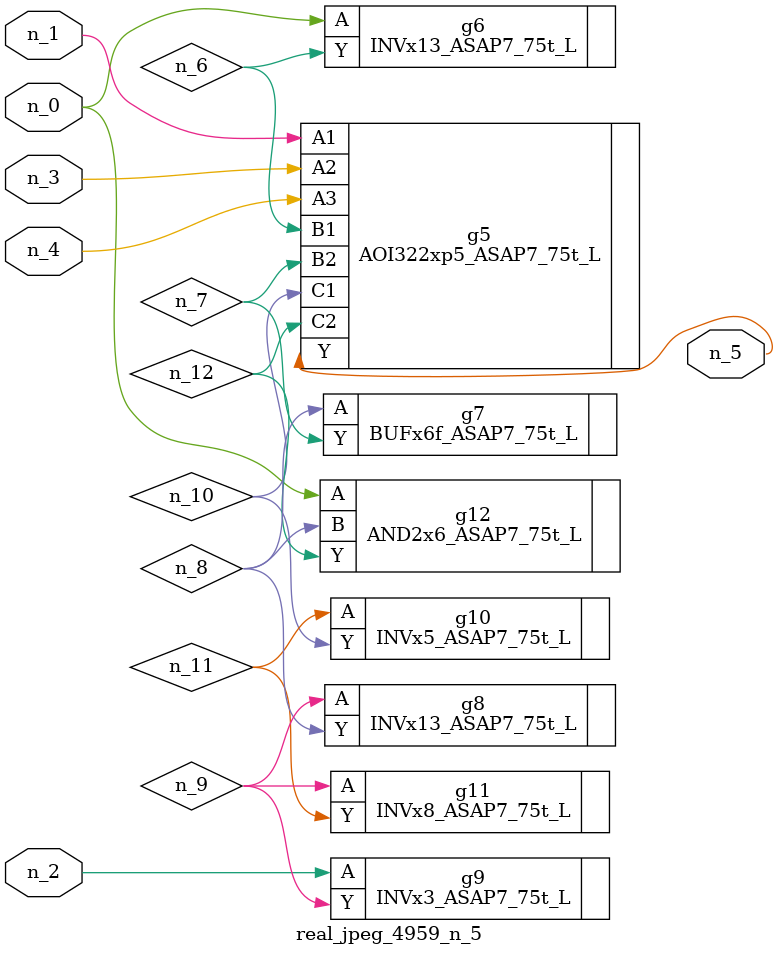
<source format=v>
module real_jpeg_4959_n_5 (n_4, n_0, n_1, n_2, n_3, n_5);

input n_4;
input n_0;
input n_1;
input n_2;
input n_3;

output n_5;

wire n_12;
wire n_8;
wire n_11;
wire n_6;
wire n_7;
wire n_10;
wire n_9;

INVx13_ASAP7_75t_L g6 ( 
.A(n_0),
.Y(n_6)
);

AND2x6_ASAP7_75t_L g12 ( 
.A(n_0),
.B(n_8),
.Y(n_12)
);

AOI322xp5_ASAP7_75t_L g5 ( 
.A1(n_1),
.A2(n_3),
.A3(n_4),
.B1(n_6),
.B2(n_7),
.C1(n_10),
.C2(n_12),
.Y(n_5)
);

INVx3_ASAP7_75t_L g9 ( 
.A(n_2),
.Y(n_9)
);

BUFx6f_ASAP7_75t_L g7 ( 
.A(n_8),
.Y(n_7)
);

INVx13_ASAP7_75t_L g8 ( 
.A(n_9),
.Y(n_8)
);

INVx8_ASAP7_75t_L g11 ( 
.A(n_9),
.Y(n_11)
);

INVx5_ASAP7_75t_L g10 ( 
.A(n_11),
.Y(n_10)
);


endmodule
</source>
